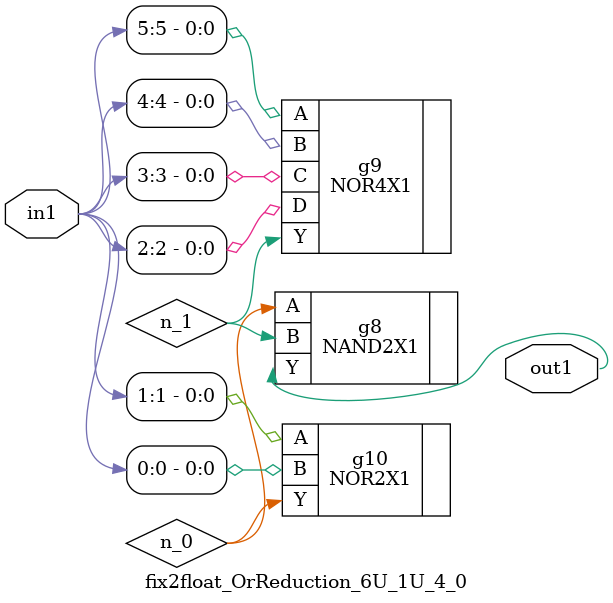
<source format=v>
`timescale 1ps / 1ps


module fix2float_OrReduction_6U_1U_4_0(in1, out1);
  input [5:0] in1;
  output out1;
  wire [5:0] in1;
  wire out1;
  wire n_0, n_1;
  NAND2X1 g8(.A (n_0), .B (n_1), .Y (out1));
  NOR4X1 g9(.A (in1[5]), .B (in1[4]), .C (in1[3]), .D (in1[2]), .Y
       (n_1));
  NOR2X1 g10(.A (in1[1]), .B (in1[0]), .Y (n_0));
endmodule



</source>
